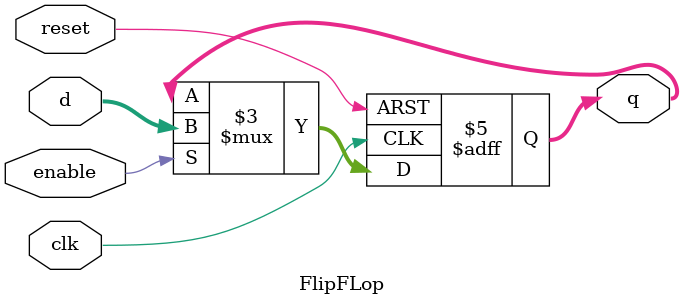
<source format=v>
/**
* This is a flip-flop module that creates a DFF of the specified "size" parameter
*/
module FlipFLop(
    input wire clk,  // Clock signal
	 input wire enable,
    input wire reset,  // Reset signal (active-low)
    input wire [2:0] d,  // Data input
    output reg [2:0] q   // Data output
);

// Flip-flop behavior
always @(posedge clk, negedge reset) begin
    if (reset == 1'b0)
		q <= 3'b111;  // If reset, output 0
    else if(enable)
		q <= d;  // Otherwise, output the data input
end

endmodule
</source>
